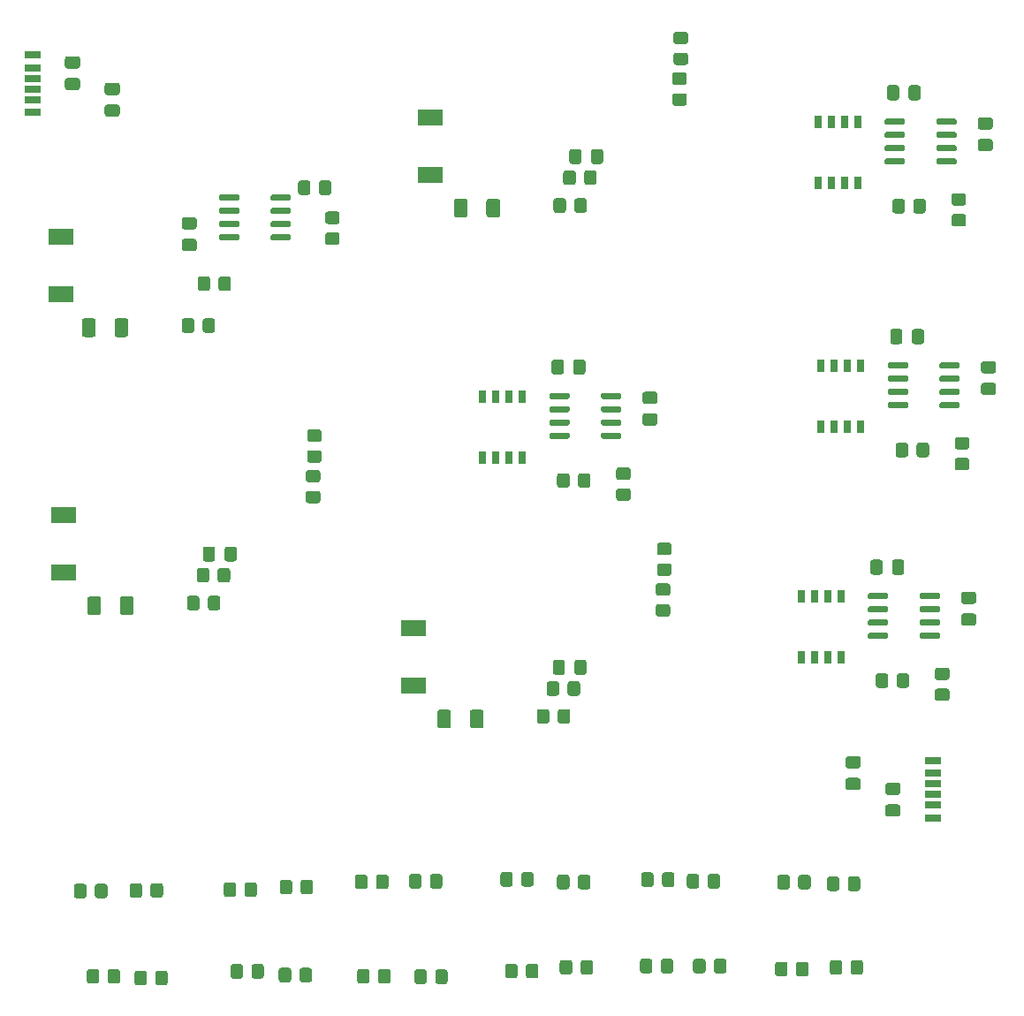
<source format=gbr>
G04 #@! TF.GenerationSoftware,KiCad,Pcbnew,(5.1.12)-1*
G04 #@! TF.CreationDate,2022-01-07T20:34:09-08:00*
G04 #@! TF.ProjectId,schematic,73636865-6d61-4746-9963-2e6b69636164,rev?*
G04 #@! TF.SameCoordinates,Original*
G04 #@! TF.FileFunction,Paste,Top*
G04 #@! TF.FilePolarity,Positive*
%FSLAX46Y46*%
G04 Gerber Fmt 4.6, Leading zero omitted, Abs format (unit mm)*
G04 Created by KiCad (PCBNEW (5.1.12)-1) date 2022-01-07 20:34:09*
%MOMM*%
%LPD*%
G01*
G04 APERTURE LIST*
%ADD10R,2.400000X1.500000*%
%ADD11R,1.600000X0.800000*%
%ADD12R,1.600000X0.760000*%
%ADD13R,1.600000X0.700000*%
%ADD14R,0.700000X1.250000*%
G04 APERTURE END LIST*
D10*
G04 #@! TO.C,L2*
X131826000Y-116249000D03*
X131826000Y-121749000D03*
G04 #@! TD*
G04 #@! TO.C,C5*
G36*
G01*
X146320000Y-119540000D02*
X146320000Y-120490000D01*
G75*
G02*
X146070000Y-120740000I-250000J0D01*
G01*
X145395000Y-120740000D01*
G75*
G02*
X145145000Y-120490000I0J250000D01*
G01*
X145145000Y-119540000D01*
G75*
G02*
X145395000Y-119290000I250000J0D01*
G01*
X146070000Y-119290000D01*
G75*
G02*
X146320000Y-119540000I0J-250000D01*
G01*
G37*
G36*
G01*
X148395000Y-119540000D02*
X148395000Y-120490000D01*
G75*
G02*
X148145000Y-120740000I-250000J0D01*
G01*
X147470000Y-120740000D01*
G75*
G02*
X147220000Y-120490000I0J250000D01*
G01*
X147220000Y-119540000D01*
G75*
G02*
X147470000Y-119290000I250000J0D01*
G01*
X148145000Y-119290000D01*
G75*
G02*
X148395000Y-119540000I0J-250000D01*
G01*
G37*
G04 #@! TD*
G04 #@! TO.C,C6*
G36*
G01*
X137196000Y-125618001D02*
X137196000Y-124317999D01*
G75*
G02*
X137445999Y-124068000I249999J0D01*
G01*
X138271001Y-124068000D01*
G75*
G02*
X138521000Y-124317999I0J-249999D01*
G01*
X138521000Y-125618001D01*
G75*
G02*
X138271001Y-125868000I-249999J0D01*
G01*
X137445999Y-125868000D01*
G75*
G02*
X137196000Y-125618001I0J249999D01*
G01*
G37*
G36*
G01*
X134071000Y-125618001D02*
X134071000Y-124317999D01*
G75*
G02*
X134320999Y-124068000I249999J0D01*
G01*
X135146001Y-124068000D01*
G75*
G02*
X135396000Y-124317999I0J-249999D01*
G01*
X135396000Y-125618001D01*
G75*
G02*
X135146001Y-125868000I-249999J0D01*
G01*
X134320999Y-125868000D01*
G75*
G02*
X134071000Y-125618001I0J249999D01*
G01*
G37*
G04 #@! TD*
G04 #@! TO.C,R28*
G36*
G01*
X156279001Y-109264500D02*
X155378999Y-109264500D01*
G75*
G02*
X155129000Y-109014501I0J249999D01*
G01*
X155129000Y-108314499D01*
G75*
G02*
X155378999Y-108064500I249999J0D01*
G01*
X156279001Y-108064500D01*
G75*
G02*
X156529000Y-108314499I0J-249999D01*
G01*
X156529000Y-109014501D01*
G75*
G02*
X156279001Y-109264500I-249999J0D01*
G01*
G37*
G36*
G01*
X156279001Y-111264500D02*
X155378999Y-111264500D01*
G75*
G02*
X155129000Y-111014501I0J249999D01*
G01*
X155129000Y-110314499D01*
G75*
G02*
X155378999Y-110064500I249999J0D01*
G01*
X156279001Y-110064500D01*
G75*
G02*
X156529000Y-110314499I0J-249999D01*
G01*
X156529000Y-111014501D01*
G75*
G02*
X156279001Y-111264500I-249999J0D01*
G01*
G37*
G04 #@! TD*
G04 #@! TO.C,R27*
G36*
G01*
X155251999Y-113954000D02*
X156152001Y-113954000D01*
G75*
G02*
X156402000Y-114203999I0J-249999D01*
G01*
X156402000Y-114904001D01*
G75*
G02*
X156152001Y-115154000I-249999J0D01*
G01*
X155251999Y-115154000D01*
G75*
G02*
X155002000Y-114904001I0J249999D01*
G01*
X155002000Y-114203999D01*
G75*
G02*
X155251999Y-113954000I249999J0D01*
G01*
G37*
G36*
G01*
X155251999Y-111954000D02*
X156152001Y-111954000D01*
G75*
G02*
X156402000Y-112203999I0J-249999D01*
G01*
X156402000Y-112904001D01*
G75*
G02*
X156152001Y-113154000I-249999J0D01*
G01*
X155251999Y-113154000D01*
G75*
G02*
X155002000Y-112904001I0J249999D01*
G01*
X155002000Y-112203999D01*
G75*
G02*
X155251999Y-111954000I249999J0D01*
G01*
G37*
G04 #@! TD*
G04 #@! TO.C,R29*
G36*
G01*
X145624500Y-125164001D02*
X145624500Y-124263999D01*
G75*
G02*
X145874499Y-124014000I249999J0D01*
G01*
X146574501Y-124014000D01*
G75*
G02*
X146824500Y-124263999I0J-249999D01*
G01*
X146824500Y-125164001D01*
G75*
G02*
X146574501Y-125414000I-249999J0D01*
G01*
X145874499Y-125414000D01*
G75*
G02*
X145624500Y-125164001I0J249999D01*
G01*
G37*
G36*
G01*
X143624500Y-125164001D02*
X143624500Y-124263999D01*
G75*
G02*
X143874499Y-124014000I249999J0D01*
G01*
X144574501Y-124014000D01*
G75*
G02*
X144824500Y-124263999I0J-249999D01*
G01*
X144824500Y-125164001D01*
G75*
G02*
X144574501Y-125414000I-249999J0D01*
G01*
X143874499Y-125414000D01*
G75*
G02*
X143624500Y-125164001I0J249999D01*
G01*
G37*
G04 #@! TD*
G04 #@! TO.C,R30*
G36*
G01*
X145761000Y-121596999D02*
X145761000Y-122497001D01*
G75*
G02*
X145511001Y-122747000I-249999J0D01*
G01*
X144810999Y-122747000D01*
G75*
G02*
X144561000Y-122497001I0J249999D01*
G01*
X144561000Y-121596999D01*
G75*
G02*
X144810999Y-121347000I249999J0D01*
G01*
X145511001Y-121347000D01*
G75*
G02*
X145761000Y-121596999I0J-249999D01*
G01*
G37*
G36*
G01*
X147761000Y-121596999D02*
X147761000Y-122497001D01*
G75*
G02*
X147511001Y-122747000I-249999J0D01*
G01*
X146810999Y-122747000D01*
G75*
G02*
X146561000Y-122497001I0J249999D01*
G01*
X146561000Y-121596999D01*
G75*
G02*
X146810999Y-121347000I249999J0D01*
G01*
X147511001Y-121347000D01*
G75*
G02*
X147761000Y-121596999I0J-249999D01*
G01*
G37*
G04 #@! TD*
G04 #@! TO.C,C5*
G36*
G01*
X149982500Y-70581500D02*
X149982500Y-71531500D01*
G75*
G02*
X149732500Y-71781500I-250000J0D01*
G01*
X149057500Y-71781500D01*
G75*
G02*
X148807500Y-71531500I0J250000D01*
G01*
X148807500Y-70581500D01*
G75*
G02*
X149057500Y-70331500I250000J0D01*
G01*
X149732500Y-70331500D01*
G75*
G02*
X149982500Y-70581500I0J-250000D01*
G01*
G37*
G36*
G01*
X147907500Y-70581500D02*
X147907500Y-71531500D01*
G75*
G02*
X147657500Y-71781500I-250000J0D01*
G01*
X146982500Y-71781500D01*
G75*
G02*
X146732500Y-71531500I0J250000D01*
G01*
X146732500Y-70581500D01*
G75*
G02*
X146982500Y-70331500I250000J0D01*
G01*
X147657500Y-70331500D01*
G75*
G02*
X147907500Y-70581500I0J-250000D01*
G01*
G37*
G04 #@! TD*
G04 #@! TO.C,L2*
X133413500Y-72790500D03*
X133413500Y-67290500D03*
G04 #@! TD*
G04 #@! TO.C,C6*
G36*
G01*
X135658500Y-76659501D02*
X135658500Y-75359499D01*
G75*
G02*
X135908499Y-75109500I249999J0D01*
G01*
X136733501Y-75109500D01*
G75*
G02*
X136983500Y-75359499I0J-249999D01*
G01*
X136983500Y-76659501D01*
G75*
G02*
X136733501Y-76909500I-249999J0D01*
G01*
X135908499Y-76909500D01*
G75*
G02*
X135658500Y-76659501I0J249999D01*
G01*
G37*
G36*
G01*
X138783500Y-76659501D02*
X138783500Y-75359499D01*
G75*
G02*
X139033499Y-75109500I249999J0D01*
G01*
X139858501Y-75109500D01*
G75*
G02*
X140108500Y-75359499I0J-249999D01*
G01*
X140108500Y-76659501D01*
G75*
G02*
X139858501Y-76909500I-249999J0D01*
G01*
X139033499Y-76909500D01*
G75*
G02*
X138783500Y-76659501I0J249999D01*
G01*
G37*
G04 #@! TD*
G04 #@! TO.C,R27*
G36*
G01*
X156839499Y-62995500D02*
X157739501Y-62995500D01*
G75*
G02*
X157989500Y-63245499I0J-249999D01*
G01*
X157989500Y-63945501D01*
G75*
G02*
X157739501Y-64195500I-249999J0D01*
G01*
X156839499Y-64195500D01*
G75*
G02*
X156589500Y-63945501I0J249999D01*
G01*
X156589500Y-63245499D01*
G75*
G02*
X156839499Y-62995500I249999J0D01*
G01*
G37*
G36*
G01*
X156839499Y-64995500D02*
X157739501Y-64995500D01*
G75*
G02*
X157989500Y-65245499I0J-249999D01*
G01*
X157989500Y-65945501D01*
G75*
G02*
X157739501Y-66195500I-249999J0D01*
G01*
X156839499Y-66195500D01*
G75*
G02*
X156589500Y-65945501I0J249999D01*
G01*
X156589500Y-65245499D01*
G75*
G02*
X156839499Y-64995500I249999J0D01*
G01*
G37*
G04 #@! TD*
G04 #@! TO.C,R28*
G36*
G01*
X157866501Y-62306000D02*
X156966499Y-62306000D01*
G75*
G02*
X156716500Y-62056001I0J249999D01*
G01*
X156716500Y-61355999D01*
G75*
G02*
X156966499Y-61106000I249999J0D01*
G01*
X157866501Y-61106000D01*
G75*
G02*
X158116500Y-61355999I0J-249999D01*
G01*
X158116500Y-62056001D01*
G75*
G02*
X157866501Y-62306000I-249999J0D01*
G01*
G37*
G36*
G01*
X157866501Y-60306000D02*
X156966499Y-60306000D01*
G75*
G02*
X156716500Y-60056001I0J249999D01*
G01*
X156716500Y-59355999D01*
G75*
G02*
X156966499Y-59106000I249999J0D01*
G01*
X157866501Y-59106000D01*
G75*
G02*
X158116500Y-59355999I0J-249999D01*
G01*
X158116500Y-60056001D01*
G75*
G02*
X157866501Y-60306000I-249999J0D01*
G01*
G37*
G04 #@! TD*
G04 #@! TO.C,R30*
G36*
G01*
X149348500Y-72638499D02*
X149348500Y-73538501D01*
G75*
G02*
X149098501Y-73788500I-249999J0D01*
G01*
X148398499Y-73788500D01*
G75*
G02*
X148148500Y-73538501I0J249999D01*
G01*
X148148500Y-72638499D01*
G75*
G02*
X148398499Y-72388500I249999J0D01*
G01*
X149098501Y-72388500D01*
G75*
G02*
X149348500Y-72638499I0J-249999D01*
G01*
G37*
G36*
G01*
X147348500Y-72638499D02*
X147348500Y-73538501D01*
G75*
G02*
X147098501Y-73788500I-249999J0D01*
G01*
X146398499Y-73788500D01*
G75*
G02*
X146148500Y-73538501I0J249999D01*
G01*
X146148500Y-72638499D01*
G75*
G02*
X146398499Y-72388500I249999J0D01*
G01*
X147098501Y-72388500D01*
G75*
G02*
X147348500Y-72638499I0J-249999D01*
G01*
G37*
G04 #@! TD*
G04 #@! TO.C,R29*
G36*
G01*
X145212000Y-76205501D02*
X145212000Y-75305499D01*
G75*
G02*
X145461999Y-75055500I249999J0D01*
G01*
X146162001Y-75055500D01*
G75*
G02*
X146412000Y-75305499I0J-249999D01*
G01*
X146412000Y-76205501D01*
G75*
G02*
X146162001Y-76455500I-249999J0D01*
G01*
X145461999Y-76455500D01*
G75*
G02*
X145212000Y-76205501I0J249999D01*
G01*
G37*
G36*
G01*
X147212000Y-76205501D02*
X147212000Y-75305499D01*
G75*
G02*
X147461999Y-75055500I249999J0D01*
G01*
X148162001Y-75055500D01*
G75*
G02*
X148412000Y-75305499I0J-249999D01*
G01*
X148412000Y-76205501D01*
G75*
G02*
X148162001Y-76455500I-249999J0D01*
G01*
X147461999Y-76455500D01*
G75*
G02*
X147212000Y-76205501I0J249999D01*
G01*
G37*
G04 #@! TD*
G04 #@! TO.C,R30*
G36*
G01*
X112233000Y-110738499D02*
X112233000Y-111638501D01*
G75*
G02*
X111983001Y-111888500I-249999J0D01*
G01*
X111282999Y-111888500D01*
G75*
G02*
X111033000Y-111638501I0J249999D01*
G01*
X111033000Y-110738499D01*
G75*
G02*
X111282999Y-110488500I249999J0D01*
G01*
X111983001Y-110488500D01*
G75*
G02*
X112233000Y-110738499I0J-249999D01*
G01*
G37*
G36*
G01*
X114233000Y-110738499D02*
X114233000Y-111638501D01*
G75*
G02*
X113983001Y-111888500I-249999J0D01*
G01*
X113282999Y-111888500D01*
G75*
G02*
X113033000Y-111638501I0J249999D01*
G01*
X113033000Y-110738499D01*
G75*
G02*
X113282999Y-110488500I249999J0D01*
G01*
X113983001Y-110488500D01*
G75*
G02*
X114233000Y-110738499I0J-249999D01*
G01*
G37*
G04 #@! TD*
G04 #@! TO.C,R29*
G36*
G01*
X112096500Y-114305501D02*
X112096500Y-113405499D01*
G75*
G02*
X112346499Y-113155500I249999J0D01*
G01*
X113046501Y-113155500D01*
G75*
G02*
X113296500Y-113405499I0J-249999D01*
G01*
X113296500Y-114305501D01*
G75*
G02*
X113046501Y-114555500I-249999J0D01*
G01*
X112346499Y-114555500D01*
G75*
G02*
X112096500Y-114305501I0J249999D01*
G01*
G37*
G36*
G01*
X110096500Y-114305501D02*
X110096500Y-113405499D01*
G75*
G02*
X110346499Y-113155500I249999J0D01*
G01*
X111046501Y-113155500D01*
G75*
G02*
X111296500Y-113405499I0J-249999D01*
G01*
X111296500Y-114305501D01*
G75*
G02*
X111046501Y-114555500I-249999J0D01*
G01*
X110346499Y-114555500D01*
G75*
G02*
X110096500Y-114305501I0J249999D01*
G01*
G37*
G04 #@! TD*
G04 #@! TO.C,R28*
G36*
G01*
X122751001Y-98406000D02*
X121850999Y-98406000D01*
G75*
G02*
X121601000Y-98156001I0J249999D01*
G01*
X121601000Y-97455999D01*
G75*
G02*
X121850999Y-97206000I249999J0D01*
G01*
X122751001Y-97206000D01*
G75*
G02*
X123001000Y-97455999I0J-249999D01*
G01*
X123001000Y-98156001D01*
G75*
G02*
X122751001Y-98406000I-249999J0D01*
G01*
G37*
G36*
G01*
X122751001Y-100406000D02*
X121850999Y-100406000D01*
G75*
G02*
X121601000Y-100156001I0J249999D01*
G01*
X121601000Y-99455999D01*
G75*
G02*
X121850999Y-99206000I249999J0D01*
G01*
X122751001Y-99206000D01*
G75*
G02*
X123001000Y-99455999I0J-249999D01*
G01*
X123001000Y-100156001D01*
G75*
G02*
X122751001Y-100406000I-249999J0D01*
G01*
G37*
G04 #@! TD*
G04 #@! TO.C,R27*
G36*
G01*
X121723999Y-103095500D02*
X122624001Y-103095500D01*
G75*
G02*
X122874000Y-103345499I0J-249999D01*
G01*
X122874000Y-104045501D01*
G75*
G02*
X122624001Y-104295500I-249999J0D01*
G01*
X121723999Y-104295500D01*
G75*
G02*
X121474000Y-104045501I0J249999D01*
G01*
X121474000Y-103345499D01*
G75*
G02*
X121723999Y-103095500I249999J0D01*
G01*
G37*
G36*
G01*
X121723999Y-101095500D02*
X122624001Y-101095500D01*
G75*
G02*
X122874000Y-101345499I0J-249999D01*
G01*
X122874000Y-102045501D01*
G75*
G02*
X122624001Y-102295500I-249999J0D01*
G01*
X121723999Y-102295500D01*
G75*
G02*
X121474000Y-102045501I0J249999D01*
G01*
X121474000Y-101345499D01*
G75*
G02*
X121723999Y-101095500I249999J0D01*
G01*
G37*
G04 #@! TD*
G04 #@! TO.C,L2*
X98298000Y-105390500D03*
X98298000Y-110890500D03*
G04 #@! TD*
G04 #@! TO.C,C6*
G36*
G01*
X103668000Y-114759501D02*
X103668000Y-113459499D01*
G75*
G02*
X103917999Y-113209500I249999J0D01*
G01*
X104743001Y-113209500D01*
G75*
G02*
X104993000Y-113459499I0J-249999D01*
G01*
X104993000Y-114759501D01*
G75*
G02*
X104743001Y-115009500I-249999J0D01*
G01*
X103917999Y-115009500D01*
G75*
G02*
X103668000Y-114759501I0J249999D01*
G01*
G37*
G36*
G01*
X100543000Y-114759501D02*
X100543000Y-113459499D01*
G75*
G02*
X100792999Y-113209500I249999J0D01*
G01*
X101618001Y-113209500D01*
G75*
G02*
X101868000Y-113459499I0J-249999D01*
G01*
X101868000Y-114759501D01*
G75*
G02*
X101618001Y-115009500I-249999J0D01*
G01*
X100792999Y-115009500D01*
G75*
G02*
X100543000Y-114759501I0J249999D01*
G01*
G37*
G04 #@! TD*
G04 #@! TO.C,C5*
G36*
G01*
X112792000Y-108681500D02*
X112792000Y-109631500D01*
G75*
G02*
X112542000Y-109881500I-250000J0D01*
G01*
X111867000Y-109881500D01*
G75*
G02*
X111617000Y-109631500I0J250000D01*
G01*
X111617000Y-108681500D01*
G75*
G02*
X111867000Y-108431500I250000J0D01*
G01*
X112542000Y-108431500D01*
G75*
G02*
X112792000Y-108681500I0J-250000D01*
G01*
G37*
G36*
G01*
X114867000Y-108681500D02*
X114867000Y-109631500D01*
G75*
G02*
X114617000Y-109881500I-250000J0D01*
G01*
X113942000Y-109881500D01*
G75*
G02*
X113692000Y-109631500I0J250000D01*
G01*
X113692000Y-108681500D01*
G75*
G02*
X113942000Y-108431500I250000J0D01*
G01*
X114617000Y-108431500D01*
G75*
G02*
X114867000Y-108681500I0J-250000D01*
G01*
G37*
G04 #@! TD*
G04 #@! TO.C,R4*
G36*
G01*
X177261500Y-131068500D02*
X178211500Y-131068500D01*
G75*
G02*
X178461500Y-131318500I0J-250000D01*
G01*
X178461500Y-131993500D01*
G75*
G02*
X178211500Y-132243500I-250000J0D01*
G01*
X177261500Y-132243500D01*
G75*
G02*
X177011500Y-131993500I0J250000D01*
G01*
X177011500Y-131318500D01*
G75*
G02*
X177261500Y-131068500I250000J0D01*
G01*
G37*
G36*
G01*
X177261500Y-133143500D02*
X178211500Y-133143500D01*
G75*
G02*
X178461500Y-133393500I0J-250000D01*
G01*
X178461500Y-134068500D01*
G75*
G02*
X178211500Y-134318500I-250000J0D01*
G01*
X177261500Y-134318500D01*
G75*
G02*
X177011500Y-134068500I0J250000D01*
G01*
X177011500Y-133393500D01*
G75*
G02*
X177261500Y-133143500I250000J0D01*
G01*
G37*
G04 #@! TD*
G04 #@! TO.C,R3*
G36*
G01*
X173451500Y-128528500D02*
X174401500Y-128528500D01*
G75*
G02*
X174651500Y-128778500I0J-250000D01*
G01*
X174651500Y-129453500D01*
G75*
G02*
X174401500Y-129703500I-250000J0D01*
G01*
X173451500Y-129703500D01*
G75*
G02*
X173201500Y-129453500I0J250000D01*
G01*
X173201500Y-128778500D01*
G75*
G02*
X173451500Y-128528500I250000J0D01*
G01*
G37*
G36*
G01*
X173451500Y-130603500D02*
X174401500Y-130603500D01*
G75*
G02*
X174651500Y-130853500I0J-250000D01*
G01*
X174651500Y-131528500D01*
G75*
G02*
X174401500Y-131778500I-250000J0D01*
G01*
X173451500Y-131778500D01*
G75*
G02*
X173201500Y-131528500I0J250000D01*
G01*
X173201500Y-130853500D01*
G75*
G02*
X173451500Y-130603500I250000J0D01*
G01*
G37*
G04 #@! TD*
D11*
G04 #@! TO.C,J2*
X181546500Y-134441000D03*
D12*
X181546500Y-133211000D03*
D13*
X181546500Y-132191000D03*
X181546500Y-131191000D03*
D12*
X181546500Y-130171000D03*
D11*
X181546500Y-128941000D03*
G04 #@! TD*
G04 #@! TO.C,U1*
G36*
G01*
X113161400Y-75143500D02*
X113161400Y-74843500D01*
G75*
G02*
X113311400Y-74693500I150000J0D01*
G01*
X114961400Y-74693500D01*
G75*
G02*
X115111400Y-74843500I0J-150000D01*
G01*
X115111400Y-75143500D01*
G75*
G02*
X114961400Y-75293500I-150000J0D01*
G01*
X113311400Y-75293500D01*
G75*
G02*
X113161400Y-75143500I0J150000D01*
G01*
G37*
G36*
G01*
X113161400Y-76413500D02*
X113161400Y-76113500D01*
G75*
G02*
X113311400Y-75963500I150000J0D01*
G01*
X114961400Y-75963500D01*
G75*
G02*
X115111400Y-76113500I0J-150000D01*
G01*
X115111400Y-76413500D01*
G75*
G02*
X114961400Y-76563500I-150000J0D01*
G01*
X113311400Y-76563500D01*
G75*
G02*
X113161400Y-76413500I0J150000D01*
G01*
G37*
G36*
G01*
X113161400Y-77683500D02*
X113161400Y-77383500D01*
G75*
G02*
X113311400Y-77233500I150000J0D01*
G01*
X114961400Y-77233500D01*
G75*
G02*
X115111400Y-77383500I0J-150000D01*
G01*
X115111400Y-77683500D01*
G75*
G02*
X114961400Y-77833500I-150000J0D01*
G01*
X113311400Y-77833500D01*
G75*
G02*
X113161400Y-77683500I0J150000D01*
G01*
G37*
G36*
G01*
X113161400Y-78953500D02*
X113161400Y-78653500D01*
G75*
G02*
X113311400Y-78503500I150000J0D01*
G01*
X114961400Y-78503500D01*
G75*
G02*
X115111400Y-78653500I0J-150000D01*
G01*
X115111400Y-78953500D01*
G75*
G02*
X114961400Y-79103500I-150000J0D01*
G01*
X113311400Y-79103500D01*
G75*
G02*
X113161400Y-78953500I0J150000D01*
G01*
G37*
G36*
G01*
X118111400Y-78953500D02*
X118111400Y-78653500D01*
G75*
G02*
X118261400Y-78503500I150000J0D01*
G01*
X119911400Y-78503500D01*
G75*
G02*
X120061400Y-78653500I0J-150000D01*
G01*
X120061400Y-78953500D01*
G75*
G02*
X119911400Y-79103500I-150000J0D01*
G01*
X118261400Y-79103500D01*
G75*
G02*
X118111400Y-78953500I0J150000D01*
G01*
G37*
G36*
G01*
X118111400Y-77683500D02*
X118111400Y-77383500D01*
G75*
G02*
X118261400Y-77233500I150000J0D01*
G01*
X119911400Y-77233500D01*
G75*
G02*
X120061400Y-77383500I0J-150000D01*
G01*
X120061400Y-77683500D01*
G75*
G02*
X119911400Y-77833500I-150000J0D01*
G01*
X118261400Y-77833500D01*
G75*
G02*
X118111400Y-77683500I0J150000D01*
G01*
G37*
G36*
G01*
X118111400Y-76413500D02*
X118111400Y-76113500D01*
G75*
G02*
X118261400Y-75963500I150000J0D01*
G01*
X119911400Y-75963500D01*
G75*
G02*
X120061400Y-76113500I0J-150000D01*
G01*
X120061400Y-76413500D01*
G75*
G02*
X119911400Y-76563500I-150000J0D01*
G01*
X118261400Y-76563500D01*
G75*
G02*
X118111400Y-76413500I0J150000D01*
G01*
G37*
G36*
G01*
X118111400Y-75143500D02*
X118111400Y-74843500D01*
G75*
G02*
X118261400Y-74693500I150000J0D01*
G01*
X119911400Y-74693500D01*
G75*
G02*
X120061400Y-74843500I0J-150000D01*
G01*
X120061400Y-75143500D01*
G75*
G02*
X119911400Y-75293500I-150000J0D01*
G01*
X118261400Y-75293500D01*
G75*
G02*
X118111400Y-75143500I0J150000D01*
G01*
G37*
G04 #@! TD*
G04 #@! TO.C,R6*
G36*
G01*
X114315800Y-82798499D02*
X114315800Y-83698501D01*
G75*
G02*
X114065801Y-83948500I-249999J0D01*
G01*
X113365799Y-83948500D01*
G75*
G02*
X113115800Y-83698501I0J249999D01*
G01*
X113115800Y-82798499D01*
G75*
G02*
X113365799Y-82548500I249999J0D01*
G01*
X114065801Y-82548500D01*
G75*
G02*
X114315800Y-82798499I0J-249999D01*
G01*
G37*
G36*
G01*
X112315800Y-82798499D02*
X112315800Y-83698501D01*
G75*
G02*
X112065801Y-83948500I-249999J0D01*
G01*
X111365799Y-83948500D01*
G75*
G02*
X111115800Y-83698501I0J249999D01*
G01*
X111115800Y-82798499D01*
G75*
G02*
X111365799Y-82548500I249999J0D01*
G01*
X112065801Y-82548500D01*
G75*
G02*
X112315800Y-82798499I0J-249999D01*
G01*
G37*
G04 #@! TD*
G04 #@! TO.C,R5*
G36*
G01*
X109591800Y-87711701D02*
X109591800Y-86811699D01*
G75*
G02*
X109841799Y-86561700I249999J0D01*
G01*
X110541801Y-86561700D01*
G75*
G02*
X110791800Y-86811699I0J-249999D01*
G01*
X110791800Y-87711701D01*
G75*
G02*
X110541801Y-87961700I-249999J0D01*
G01*
X109841799Y-87961700D01*
G75*
G02*
X109591800Y-87711701I0J249999D01*
G01*
G37*
G36*
G01*
X111591800Y-87711701D02*
X111591800Y-86811699D01*
G75*
G02*
X111841799Y-86561700I249999J0D01*
G01*
X112541801Y-86561700D01*
G75*
G02*
X112791800Y-86811699I0J-249999D01*
G01*
X112791800Y-87711701D01*
G75*
G02*
X112541801Y-87961700I-249999J0D01*
G01*
X111841799Y-87961700D01*
G75*
G02*
X111591800Y-87711701I0J249999D01*
G01*
G37*
G04 #@! TD*
G04 #@! TO.C,R1*
G36*
G01*
X123578199Y-76330500D02*
X124478201Y-76330500D01*
G75*
G02*
X124728200Y-76580499I0J-249999D01*
G01*
X124728200Y-77280501D01*
G75*
G02*
X124478201Y-77530500I-249999J0D01*
G01*
X123578199Y-77530500D01*
G75*
G02*
X123328200Y-77280501I0J249999D01*
G01*
X123328200Y-76580499D01*
G75*
G02*
X123578199Y-76330500I249999J0D01*
G01*
G37*
G36*
G01*
X123578199Y-78330500D02*
X124478201Y-78330500D01*
G75*
G02*
X124728200Y-78580499I0J-249999D01*
G01*
X124728200Y-79280501D01*
G75*
G02*
X124478201Y-79530500I-249999J0D01*
G01*
X123578199Y-79530500D01*
G75*
G02*
X123328200Y-79280501I0J249999D01*
G01*
X123328200Y-78580499D01*
G75*
G02*
X123578199Y-78330500I249999J0D01*
G01*
G37*
G04 #@! TD*
G04 #@! TO.C,R2*
G36*
G01*
X123935800Y-73603699D02*
X123935800Y-74503701D01*
G75*
G02*
X123685801Y-74753700I-249999J0D01*
G01*
X122985799Y-74753700D01*
G75*
G02*
X122735800Y-74503701I0J249999D01*
G01*
X122735800Y-73603699D01*
G75*
G02*
X122985799Y-73353700I249999J0D01*
G01*
X123685801Y-73353700D01*
G75*
G02*
X123935800Y-73603699I0J-249999D01*
G01*
G37*
G36*
G01*
X121935800Y-73603699D02*
X121935800Y-74503701D01*
G75*
G02*
X121685801Y-74753700I-249999J0D01*
G01*
X120985799Y-74753700D01*
G75*
G02*
X120735800Y-74503701I0J249999D01*
G01*
X120735800Y-73603699D01*
G75*
G02*
X120985799Y-73353700I249999J0D01*
G01*
X121685801Y-73353700D01*
G75*
G02*
X121935800Y-73603699I0J-249999D01*
G01*
G37*
G04 #@! TD*
D10*
G04 #@! TO.C,L1*
X98018600Y-84271300D03*
X98018600Y-78771300D03*
G04 #@! TD*
G04 #@! TO.C,C2*
G36*
G01*
X100022300Y-88114902D02*
X100022300Y-86814898D01*
G75*
G02*
X100272298Y-86564900I249998J0D01*
G01*
X101097302Y-86564900D01*
G75*
G02*
X101347300Y-86814898I0J-249998D01*
G01*
X101347300Y-88114902D01*
G75*
G02*
X101097302Y-88364900I-249998J0D01*
G01*
X100272298Y-88364900D01*
G75*
G02*
X100022300Y-88114902I0J249998D01*
G01*
G37*
G36*
G01*
X103147300Y-88114902D02*
X103147300Y-86814898D01*
G75*
G02*
X103397298Y-86564900I249998J0D01*
G01*
X104222302Y-86564900D01*
G75*
G02*
X104472300Y-86814898I0J-249998D01*
G01*
X104472300Y-88114902D01*
G75*
G02*
X104222302Y-88364900I-249998J0D01*
G01*
X103397298Y-88364900D01*
G75*
G02*
X103147300Y-88114902I0J249998D01*
G01*
G37*
G04 #@! TD*
G04 #@! TO.C,C1*
G36*
G01*
X109837200Y-76877600D02*
X110787200Y-76877600D01*
G75*
G02*
X111037200Y-77127600I0J-250000D01*
G01*
X111037200Y-77802600D01*
G75*
G02*
X110787200Y-78052600I-250000J0D01*
G01*
X109837200Y-78052600D01*
G75*
G02*
X109587200Y-77802600I0J250000D01*
G01*
X109587200Y-77127600D01*
G75*
G02*
X109837200Y-76877600I250000J0D01*
G01*
G37*
G36*
G01*
X109837200Y-78952600D02*
X110787200Y-78952600D01*
G75*
G02*
X111037200Y-79202600I0J-250000D01*
G01*
X111037200Y-79877600D01*
G75*
G02*
X110787200Y-80127600I-250000J0D01*
G01*
X109837200Y-80127600D01*
G75*
G02*
X109587200Y-79877600I0J250000D01*
G01*
X109587200Y-79202600D01*
G75*
G02*
X109837200Y-78952600I250000J0D01*
G01*
G37*
G04 #@! TD*
G04 #@! TO.C,R26*
G36*
G01*
X152367401Y-104063600D02*
X151467399Y-104063600D01*
G75*
G02*
X151217400Y-103813601I0J249999D01*
G01*
X151217400Y-103113599D01*
G75*
G02*
X151467399Y-102863600I249999J0D01*
G01*
X152367401Y-102863600D01*
G75*
G02*
X152617400Y-103113599I0J-249999D01*
G01*
X152617400Y-103813601D01*
G75*
G02*
X152367401Y-104063600I-249999J0D01*
G01*
G37*
G36*
G01*
X152367401Y-102063600D02*
X151467399Y-102063600D01*
G75*
G02*
X151217400Y-101813601I0J249999D01*
G01*
X151217400Y-101113599D01*
G75*
G02*
X151467399Y-100863600I249999J0D01*
G01*
X152367401Y-100863600D01*
G75*
G02*
X152617400Y-101113599I0J-249999D01*
G01*
X152617400Y-101813601D01*
G75*
G02*
X152367401Y-102063600I-249999J0D01*
G01*
G37*
G04 #@! TD*
G04 #@! TO.C,U3*
G36*
G01*
X144809800Y-94155400D02*
X144809800Y-93855400D01*
G75*
G02*
X144959800Y-93705400I150000J0D01*
G01*
X146609800Y-93705400D01*
G75*
G02*
X146759800Y-93855400I0J-150000D01*
G01*
X146759800Y-94155400D01*
G75*
G02*
X146609800Y-94305400I-150000J0D01*
G01*
X144959800Y-94305400D01*
G75*
G02*
X144809800Y-94155400I0J150000D01*
G01*
G37*
G36*
G01*
X144809800Y-95425400D02*
X144809800Y-95125400D01*
G75*
G02*
X144959800Y-94975400I150000J0D01*
G01*
X146609800Y-94975400D01*
G75*
G02*
X146759800Y-95125400I0J-150000D01*
G01*
X146759800Y-95425400D01*
G75*
G02*
X146609800Y-95575400I-150000J0D01*
G01*
X144959800Y-95575400D01*
G75*
G02*
X144809800Y-95425400I0J150000D01*
G01*
G37*
G36*
G01*
X144809800Y-96695400D02*
X144809800Y-96395400D01*
G75*
G02*
X144959800Y-96245400I150000J0D01*
G01*
X146609800Y-96245400D01*
G75*
G02*
X146759800Y-96395400I0J-150000D01*
G01*
X146759800Y-96695400D01*
G75*
G02*
X146609800Y-96845400I-150000J0D01*
G01*
X144959800Y-96845400D01*
G75*
G02*
X144809800Y-96695400I0J150000D01*
G01*
G37*
G36*
G01*
X144809800Y-97965400D02*
X144809800Y-97665400D01*
G75*
G02*
X144959800Y-97515400I150000J0D01*
G01*
X146609800Y-97515400D01*
G75*
G02*
X146759800Y-97665400I0J-150000D01*
G01*
X146759800Y-97965400D01*
G75*
G02*
X146609800Y-98115400I-150000J0D01*
G01*
X144959800Y-98115400D01*
G75*
G02*
X144809800Y-97965400I0J150000D01*
G01*
G37*
G36*
G01*
X149759800Y-97965400D02*
X149759800Y-97665400D01*
G75*
G02*
X149909800Y-97515400I150000J0D01*
G01*
X151559800Y-97515400D01*
G75*
G02*
X151709800Y-97665400I0J-150000D01*
G01*
X151709800Y-97965400D01*
G75*
G02*
X151559800Y-98115400I-150000J0D01*
G01*
X149909800Y-98115400D01*
G75*
G02*
X149759800Y-97965400I0J150000D01*
G01*
G37*
G36*
G01*
X149759800Y-96695400D02*
X149759800Y-96395400D01*
G75*
G02*
X149909800Y-96245400I150000J0D01*
G01*
X151559800Y-96245400D01*
G75*
G02*
X151709800Y-96395400I0J-150000D01*
G01*
X151709800Y-96695400D01*
G75*
G02*
X151559800Y-96845400I-150000J0D01*
G01*
X149909800Y-96845400D01*
G75*
G02*
X149759800Y-96695400I0J150000D01*
G01*
G37*
G36*
G01*
X149759800Y-95425400D02*
X149759800Y-95125400D01*
G75*
G02*
X149909800Y-94975400I150000J0D01*
G01*
X151559800Y-94975400D01*
G75*
G02*
X151709800Y-95125400I0J-150000D01*
G01*
X151709800Y-95425400D01*
G75*
G02*
X151559800Y-95575400I-150000J0D01*
G01*
X149909800Y-95575400D01*
G75*
G02*
X149759800Y-95425400I0J150000D01*
G01*
G37*
G36*
G01*
X149759800Y-94155400D02*
X149759800Y-93855400D01*
G75*
G02*
X149909800Y-93705400I150000J0D01*
G01*
X151559800Y-93705400D01*
G75*
G02*
X151709800Y-93855400I0J-150000D01*
G01*
X151709800Y-94155400D01*
G75*
G02*
X151559800Y-94305400I-150000J0D01*
G01*
X149909800Y-94305400D01*
G75*
G02*
X149759800Y-94155400I0J150000D01*
G01*
G37*
G04 #@! TD*
D14*
G04 #@! TO.C,U2*
X138404600Y-99898200D03*
X139674600Y-99898200D03*
X140944600Y-99898200D03*
X142214600Y-99898200D03*
X142214600Y-94056200D03*
X140944600Y-94056200D03*
X139674600Y-94056200D03*
X138404600Y-94056200D03*
G04 #@! TD*
G04 #@! TO.C,R25*
G36*
G01*
X145558200Y-102558001D02*
X145558200Y-101657999D01*
G75*
G02*
X145808199Y-101408000I249999J0D01*
G01*
X146508201Y-101408000D01*
G75*
G02*
X146758200Y-101657999I0J-249999D01*
G01*
X146758200Y-102558001D01*
G75*
G02*
X146508201Y-102808000I-249999J0D01*
G01*
X145808199Y-102808000D01*
G75*
G02*
X145558200Y-102558001I0J249999D01*
G01*
G37*
G36*
G01*
X147558200Y-102558001D02*
X147558200Y-101657999D01*
G75*
G02*
X147808199Y-101408000I249999J0D01*
G01*
X148508201Y-101408000D01*
G75*
G02*
X148758200Y-101657999I0J-249999D01*
G01*
X148758200Y-102558001D01*
G75*
G02*
X148508201Y-102808000I-249999J0D01*
G01*
X147808199Y-102808000D01*
G75*
G02*
X147558200Y-102558001I0J249999D01*
G01*
G37*
G04 #@! TD*
G04 #@! TO.C,C4*
G36*
G01*
X145030700Y-91711800D02*
X145030700Y-90761800D01*
G75*
G02*
X145280700Y-90511800I250000J0D01*
G01*
X145955700Y-90511800D01*
G75*
G02*
X146205700Y-90761800I0J-250000D01*
G01*
X146205700Y-91711800D01*
G75*
G02*
X145955700Y-91961800I-250000J0D01*
G01*
X145280700Y-91961800D01*
G75*
G02*
X145030700Y-91711800I0J250000D01*
G01*
G37*
G36*
G01*
X147105700Y-91711800D02*
X147105700Y-90761800D01*
G75*
G02*
X147355700Y-90511800I250000J0D01*
G01*
X148030700Y-90511800D01*
G75*
G02*
X148280700Y-90761800I0J-250000D01*
G01*
X148280700Y-91711800D01*
G75*
G02*
X148030700Y-91961800I-250000J0D01*
G01*
X147355700Y-91961800D01*
G75*
G02*
X147105700Y-91711800I0J250000D01*
G01*
G37*
G04 #@! TD*
G04 #@! TO.C,C3*
G36*
G01*
X153982400Y-93595700D02*
X154932400Y-93595700D01*
G75*
G02*
X155182400Y-93845700I0J-250000D01*
G01*
X155182400Y-94520700D01*
G75*
G02*
X154932400Y-94770700I-250000J0D01*
G01*
X153982400Y-94770700D01*
G75*
G02*
X153732400Y-94520700I0J250000D01*
G01*
X153732400Y-93845700D01*
G75*
G02*
X153982400Y-93595700I250000J0D01*
G01*
G37*
G36*
G01*
X153982400Y-95670700D02*
X154932400Y-95670700D01*
G75*
G02*
X155182400Y-95920700I0J-250000D01*
G01*
X155182400Y-96595700D01*
G75*
G02*
X154932400Y-96845700I-250000J0D01*
G01*
X153982400Y-96845700D01*
G75*
G02*
X153732400Y-96595700I0J250000D01*
G01*
X153732400Y-95920700D01*
G75*
G02*
X153982400Y-95670700I250000J0D01*
G01*
G37*
G04 #@! TD*
G04 #@! TO.C,R26*
G36*
G01*
X182910901Y-123240600D02*
X182010899Y-123240600D01*
G75*
G02*
X181760900Y-122990601I0J249999D01*
G01*
X181760900Y-122290599D01*
G75*
G02*
X182010899Y-122040600I249999J0D01*
G01*
X182910901Y-122040600D01*
G75*
G02*
X183160900Y-122290599I0J-249999D01*
G01*
X183160900Y-122990601D01*
G75*
G02*
X182910901Y-123240600I-249999J0D01*
G01*
G37*
G36*
G01*
X182910901Y-121240600D02*
X182010899Y-121240600D01*
G75*
G02*
X181760900Y-120990601I0J249999D01*
G01*
X181760900Y-120290599D01*
G75*
G02*
X182010899Y-120040600I249999J0D01*
G01*
X182910901Y-120040600D01*
G75*
G02*
X183160900Y-120290599I0J-249999D01*
G01*
X183160900Y-120990601D01*
G75*
G02*
X182910901Y-121240600I-249999J0D01*
G01*
G37*
G04 #@! TD*
G04 #@! TO.C,U3*
G36*
G01*
X175353300Y-113332400D02*
X175353300Y-113032400D01*
G75*
G02*
X175503300Y-112882400I150000J0D01*
G01*
X177153300Y-112882400D01*
G75*
G02*
X177303300Y-113032400I0J-150000D01*
G01*
X177303300Y-113332400D01*
G75*
G02*
X177153300Y-113482400I-150000J0D01*
G01*
X175503300Y-113482400D01*
G75*
G02*
X175353300Y-113332400I0J150000D01*
G01*
G37*
G36*
G01*
X175353300Y-114602400D02*
X175353300Y-114302400D01*
G75*
G02*
X175503300Y-114152400I150000J0D01*
G01*
X177153300Y-114152400D01*
G75*
G02*
X177303300Y-114302400I0J-150000D01*
G01*
X177303300Y-114602400D01*
G75*
G02*
X177153300Y-114752400I-150000J0D01*
G01*
X175503300Y-114752400D01*
G75*
G02*
X175353300Y-114602400I0J150000D01*
G01*
G37*
G36*
G01*
X175353300Y-115872400D02*
X175353300Y-115572400D01*
G75*
G02*
X175503300Y-115422400I150000J0D01*
G01*
X177153300Y-115422400D01*
G75*
G02*
X177303300Y-115572400I0J-150000D01*
G01*
X177303300Y-115872400D01*
G75*
G02*
X177153300Y-116022400I-150000J0D01*
G01*
X175503300Y-116022400D01*
G75*
G02*
X175353300Y-115872400I0J150000D01*
G01*
G37*
G36*
G01*
X175353300Y-117142400D02*
X175353300Y-116842400D01*
G75*
G02*
X175503300Y-116692400I150000J0D01*
G01*
X177153300Y-116692400D01*
G75*
G02*
X177303300Y-116842400I0J-150000D01*
G01*
X177303300Y-117142400D01*
G75*
G02*
X177153300Y-117292400I-150000J0D01*
G01*
X175503300Y-117292400D01*
G75*
G02*
X175353300Y-117142400I0J150000D01*
G01*
G37*
G36*
G01*
X180303300Y-117142400D02*
X180303300Y-116842400D01*
G75*
G02*
X180453300Y-116692400I150000J0D01*
G01*
X182103300Y-116692400D01*
G75*
G02*
X182253300Y-116842400I0J-150000D01*
G01*
X182253300Y-117142400D01*
G75*
G02*
X182103300Y-117292400I-150000J0D01*
G01*
X180453300Y-117292400D01*
G75*
G02*
X180303300Y-117142400I0J150000D01*
G01*
G37*
G36*
G01*
X180303300Y-115872400D02*
X180303300Y-115572400D01*
G75*
G02*
X180453300Y-115422400I150000J0D01*
G01*
X182103300Y-115422400D01*
G75*
G02*
X182253300Y-115572400I0J-150000D01*
G01*
X182253300Y-115872400D01*
G75*
G02*
X182103300Y-116022400I-150000J0D01*
G01*
X180453300Y-116022400D01*
G75*
G02*
X180303300Y-115872400I0J150000D01*
G01*
G37*
G36*
G01*
X180303300Y-114602400D02*
X180303300Y-114302400D01*
G75*
G02*
X180453300Y-114152400I150000J0D01*
G01*
X182103300Y-114152400D01*
G75*
G02*
X182253300Y-114302400I0J-150000D01*
G01*
X182253300Y-114602400D01*
G75*
G02*
X182103300Y-114752400I-150000J0D01*
G01*
X180453300Y-114752400D01*
G75*
G02*
X180303300Y-114602400I0J150000D01*
G01*
G37*
G36*
G01*
X180303300Y-113332400D02*
X180303300Y-113032400D01*
G75*
G02*
X180453300Y-112882400I150000J0D01*
G01*
X182103300Y-112882400D01*
G75*
G02*
X182253300Y-113032400I0J-150000D01*
G01*
X182253300Y-113332400D01*
G75*
G02*
X182103300Y-113482400I-150000J0D01*
G01*
X180453300Y-113482400D01*
G75*
G02*
X180303300Y-113332400I0J150000D01*
G01*
G37*
G04 #@! TD*
G04 #@! TO.C,U2*
X168948100Y-119075200D03*
X170218100Y-119075200D03*
X171488100Y-119075200D03*
X172758100Y-119075200D03*
X172758100Y-113233200D03*
X171488100Y-113233200D03*
X170218100Y-113233200D03*
X168948100Y-113233200D03*
G04 #@! TD*
G04 #@! TO.C,R25*
G36*
G01*
X176101700Y-121735001D02*
X176101700Y-120834999D01*
G75*
G02*
X176351699Y-120585000I249999J0D01*
G01*
X177051701Y-120585000D01*
G75*
G02*
X177301700Y-120834999I0J-249999D01*
G01*
X177301700Y-121735001D01*
G75*
G02*
X177051701Y-121985000I-249999J0D01*
G01*
X176351699Y-121985000D01*
G75*
G02*
X176101700Y-121735001I0J249999D01*
G01*
G37*
G36*
G01*
X178101700Y-121735001D02*
X178101700Y-120834999D01*
G75*
G02*
X178351699Y-120585000I249999J0D01*
G01*
X179051701Y-120585000D01*
G75*
G02*
X179301700Y-120834999I0J-249999D01*
G01*
X179301700Y-121735001D01*
G75*
G02*
X179051701Y-121985000I-249999J0D01*
G01*
X178351699Y-121985000D01*
G75*
G02*
X178101700Y-121735001I0J249999D01*
G01*
G37*
G04 #@! TD*
G04 #@! TO.C,C4*
G36*
G01*
X175574200Y-110888800D02*
X175574200Y-109938800D01*
G75*
G02*
X175824200Y-109688800I250000J0D01*
G01*
X176499200Y-109688800D01*
G75*
G02*
X176749200Y-109938800I0J-250000D01*
G01*
X176749200Y-110888800D01*
G75*
G02*
X176499200Y-111138800I-250000J0D01*
G01*
X175824200Y-111138800D01*
G75*
G02*
X175574200Y-110888800I0J250000D01*
G01*
G37*
G36*
G01*
X177649200Y-110888800D02*
X177649200Y-109938800D01*
G75*
G02*
X177899200Y-109688800I250000J0D01*
G01*
X178574200Y-109688800D01*
G75*
G02*
X178824200Y-109938800I0J-250000D01*
G01*
X178824200Y-110888800D01*
G75*
G02*
X178574200Y-111138800I-250000J0D01*
G01*
X177899200Y-111138800D01*
G75*
G02*
X177649200Y-110888800I0J250000D01*
G01*
G37*
G04 #@! TD*
G04 #@! TO.C,C3*
G36*
G01*
X184525900Y-112772700D02*
X185475900Y-112772700D01*
G75*
G02*
X185725900Y-113022700I0J-250000D01*
G01*
X185725900Y-113697700D01*
G75*
G02*
X185475900Y-113947700I-250000J0D01*
G01*
X184525900Y-113947700D01*
G75*
G02*
X184275900Y-113697700I0J250000D01*
G01*
X184275900Y-113022700D01*
G75*
G02*
X184525900Y-112772700I250000J0D01*
G01*
G37*
G36*
G01*
X184525900Y-114847700D02*
X185475900Y-114847700D01*
G75*
G02*
X185725900Y-115097700I0J-250000D01*
G01*
X185725900Y-115772700D01*
G75*
G02*
X185475900Y-116022700I-250000J0D01*
G01*
X184525900Y-116022700D01*
G75*
G02*
X184275900Y-115772700I0J250000D01*
G01*
X184275900Y-115097700D01*
G75*
G02*
X184525900Y-114847700I250000J0D01*
G01*
G37*
G04 #@! TD*
G04 #@! TO.C,R26*
G36*
G01*
X184815901Y-101142600D02*
X183915899Y-101142600D01*
G75*
G02*
X183665900Y-100892601I0J249999D01*
G01*
X183665900Y-100192599D01*
G75*
G02*
X183915899Y-99942600I249999J0D01*
G01*
X184815901Y-99942600D01*
G75*
G02*
X185065900Y-100192599I0J-249999D01*
G01*
X185065900Y-100892601D01*
G75*
G02*
X184815901Y-101142600I-249999J0D01*
G01*
G37*
G36*
G01*
X184815901Y-99142600D02*
X183915899Y-99142600D01*
G75*
G02*
X183665900Y-98892601I0J249999D01*
G01*
X183665900Y-98192599D01*
G75*
G02*
X183915899Y-97942600I249999J0D01*
G01*
X184815901Y-97942600D01*
G75*
G02*
X185065900Y-98192599I0J-249999D01*
G01*
X185065900Y-98892601D01*
G75*
G02*
X184815901Y-99142600I-249999J0D01*
G01*
G37*
G04 #@! TD*
G04 #@! TO.C,U3*
G36*
G01*
X177258300Y-91234400D02*
X177258300Y-90934400D01*
G75*
G02*
X177408300Y-90784400I150000J0D01*
G01*
X179058300Y-90784400D01*
G75*
G02*
X179208300Y-90934400I0J-150000D01*
G01*
X179208300Y-91234400D01*
G75*
G02*
X179058300Y-91384400I-150000J0D01*
G01*
X177408300Y-91384400D01*
G75*
G02*
X177258300Y-91234400I0J150000D01*
G01*
G37*
G36*
G01*
X177258300Y-92504400D02*
X177258300Y-92204400D01*
G75*
G02*
X177408300Y-92054400I150000J0D01*
G01*
X179058300Y-92054400D01*
G75*
G02*
X179208300Y-92204400I0J-150000D01*
G01*
X179208300Y-92504400D01*
G75*
G02*
X179058300Y-92654400I-150000J0D01*
G01*
X177408300Y-92654400D01*
G75*
G02*
X177258300Y-92504400I0J150000D01*
G01*
G37*
G36*
G01*
X177258300Y-93774400D02*
X177258300Y-93474400D01*
G75*
G02*
X177408300Y-93324400I150000J0D01*
G01*
X179058300Y-93324400D01*
G75*
G02*
X179208300Y-93474400I0J-150000D01*
G01*
X179208300Y-93774400D01*
G75*
G02*
X179058300Y-93924400I-150000J0D01*
G01*
X177408300Y-93924400D01*
G75*
G02*
X177258300Y-93774400I0J150000D01*
G01*
G37*
G36*
G01*
X177258300Y-95044400D02*
X177258300Y-94744400D01*
G75*
G02*
X177408300Y-94594400I150000J0D01*
G01*
X179058300Y-94594400D01*
G75*
G02*
X179208300Y-94744400I0J-150000D01*
G01*
X179208300Y-95044400D01*
G75*
G02*
X179058300Y-95194400I-150000J0D01*
G01*
X177408300Y-95194400D01*
G75*
G02*
X177258300Y-95044400I0J150000D01*
G01*
G37*
G36*
G01*
X182208300Y-95044400D02*
X182208300Y-94744400D01*
G75*
G02*
X182358300Y-94594400I150000J0D01*
G01*
X184008300Y-94594400D01*
G75*
G02*
X184158300Y-94744400I0J-150000D01*
G01*
X184158300Y-95044400D01*
G75*
G02*
X184008300Y-95194400I-150000J0D01*
G01*
X182358300Y-95194400D01*
G75*
G02*
X182208300Y-95044400I0J150000D01*
G01*
G37*
G36*
G01*
X182208300Y-93774400D02*
X182208300Y-93474400D01*
G75*
G02*
X182358300Y-93324400I150000J0D01*
G01*
X184008300Y-93324400D01*
G75*
G02*
X184158300Y-93474400I0J-150000D01*
G01*
X184158300Y-93774400D01*
G75*
G02*
X184008300Y-93924400I-150000J0D01*
G01*
X182358300Y-93924400D01*
G75*
G02*
X182208300Y-93774400I0J150000D01*
G01*
G37*
G36*
G01*
X182208300Y-92504400D02*
X182208300Y-92204400D01*
G75*
G02*
X182358300Y-92054400I150000J0D01*
G01*
X184008300Y-92054400D01*
G75*
G02*
X184158300Y-92204400I0J-150000D01*
G01*
X184158300Y-92504400D01*
G75*
G02*
X184008300Y-92654400I-150000J0D01*
G01*
X182358300Y-92654400D01*
G75*
G02*
X182208300Y-92504400I0J150000D01*
G01*
G37*
G36*
G01*
X182208300Y-91234400D02*
X182208300Y-90934400D01*
G75*
G02*
X182358300Y-90784400I150000J0D01*
G01*
X184008300Y-90784400D01*
G75*
G02*
X184158300Y-90934400I0J-150000D01*
G01*
X184158300Y-91234400D01*
G75*
G02*
X184008300Y-91384400I-150000J0D01*
G01*
X182358300Y-91384400D01*
G75*
G02*
X182208300Y-91234400I0J150000D01*
G01*
G37*
G04 #@! TD*
G04 #@! TO.C,U2*
X170853100Y-96977200D03*
X172123100Y-96977200D03*
X173393100Y-96977200D03*
X174663100Y-96977200D03*
X174663100Y-91135200D03*
X173393100Y-91135200D03*
X172123100Y-91135200D03*
X170853100Y-91135200D03*
G04 #@! TD*
G04 #@! TO.C,R25*
G36*
G01*
X178006700Y-99637001D02*
X178006700Y-98736999D01*
G75*
G02*
X178256699Y-98487000I249999J0D01*
G01*
X178956701Y-98487000D01*
G75*
G02*
X179206700Y-98736999I0J-249999D01*
G01*
X179206700Y-99637001D01*
G75*
G02*
X178956701Y-99887000I-249999J0D01*
G01*
X178256699Y-99887000D01*
G75*
G02*
X178006700Y-99637001I0J249999D01*
G01*
G37*
G36*
G01*
X180006700Y-99637001D02*
X180006700Y-98736999D01*
G75*
G02*
X180256699Y-98487000I249999J0D01*
G01*
X180956701Y-98487000D01*
G75*
G02*
X181206700Y-98736999I0J-249999D01*
G01*
X181206700Y-99637001D01*
G75*
G02*
X180956701Y-99887000I-249999J0D01*
G01*
X180256699Y-99887000D01*
G75*
G02*
X180006700Y-99637001I0J249999D01*
G01*
G37*
G04 #@! TD*
G04 #@! TO.C,C4*
G36*
G01*
X177479200Y-88790800D02*
X177479200Y-87840800D01*
G75*
G02*
X177729200Y-87590800I250000J0D01*
G01*
X178404200Y-87590800D01*
G75*
G02*
X178654200Y-87840800I0J-250000D01*
G01*
X178654200Y-88790800D01*
G75*
G02*
X178404200Y-89040800I-250000J0D01*
G01*
X177729200Y-89040800D01*
G75*
G02*
X177479200Y-88790800I0J250000D01*
G01*
G37*
G36*
G01*
X179554200Y-88790800D02*
X179554200Y-87840800D01*
G75*
G02*
X179804200Y-87590800I250000J0D01*
G01*
X180479200Y-87590800D01*
G75*
G02*
X180729200Y-87840800I0J-250000D01*
G01*
X180729200Y-88790800D01*
G75*
G02*
X180479200Y-89040800I-250000J0D01*
G01*
X179804200Y-89040800D01*
G75*
G02*
X179554200Y-88790800I0J250000D01*
G01*
G37*
G04 #@! TD*
G04 #@! TO.C,C3*
G36*
G01*
X186430900Y-90674700D02*
X187380900Y-90674700D01*
G75*
G02*
X187630900Y-90924700I0J-250000D01*
G01*
X187630900Y-91599700D01*
G75*
G02*
X187380900Y-91849700I-250000J0D01*
G01*
X186430900Y-91849700D01*
G75*
G02*
X186180900Y-91599700I0J250000D01*
G01*
X186180900Y-90924700D01*
G75*
G02*
X186430900Y-90674700I250000J0D01*
G01*
G37*
G36*
G01*
X186430900Y-92749700D02*
X187380900Y-92749700D01*
G75*
G02*
X187630900Y-92999700I0J-250000D01*
G01*
X187630900Y-93674700D01*
G75*
G02*
X187380900Y-93924700I-250000J0D01*
G01*
X186430900Y-93924700D01*
G75*
G02*
X186180900Y-93674700I0J250000D01*
G01*
X186180900Y-92999700D01*
G75*
G02*
X186430900Y-92749700I250000J0D01*
G01*
G37*
G04 #@! TD*
G04 #@! TO.C,R26*
G36*
G01*
X184498401Y-77774600D02*
X183598399Y-77774600D01*
G75*
G02*
X183348400Y-77524601I0J249999D01*
G01*
X183348400Y-76824599D01*
G75*
G02*
X183598399Y-76574600I249999J0D01*
G01*
X184498401Y-76574600D01*
G75*
G02*
X184748400Y-76824599I0J-249999D01*
G01*
X184748400Y-77524601D01*
G75*
G02*
X184498401Y-77774600I-249999J0D01*
G01*
G37*
G36*
G01*
X184498401Y-75774600D02*
X183598399Y-75774600D01*
G75*
G02*
X183348400Y-75524601I0J249999D01*
G01*
X183348400Y-74824599D01*
G75*
G02*
X183598399Y-74574600I249999J0D01*
G01*
X184498401Y-74574600D01*
G75*
G02*
X184748400Y-74824599I0J-249999D01*
G01*
X184748400Y-75524601D01*
G75*
G02*
X184498401Y-75774600I-249999J0D01*
G01*
G37*
G04 #@! TD*
G04 #@! TO.C,U3*
G36*
G01*
X176940800Y-67866400D02*
X176940800Y-67566400D01*
G75*
G02*
X177090800Y-67416400I150000J0D01*
G01*
X178740800Y-67416400D01*
G75*
G02*
X178890800Y-67566400I0J-150000D01*
G01*
X178890800Y-67866400D01*
G75*
G02*
X178740800Y-68016400I-150000J0D01*
G01*
X177090800Y-68016400D01*
G75*
G02*
X176940800Y-67866400I0J150000D01*
G01*
G37*
G36*
G01*
X176940800Y-69136400D02*
X176940800Y-68836400D01*
G75*
G02*
X177090800Y-68686400I150000J0D01*
G01*
X178740800Y-68686400D01*
G75*
G02*
X178890800Y-68836400I0J-150000D01*
G01*
X178890800Y-69136400D01*
G75*
G02*
X178740800Y-69286400I-150000J0D01*
G01*
X177090800Y-69286400D01*
G75*
G02*
X176940800Y-69136400I0J150000D01*
G01*
G37*
G36*
G01*
X176940800Y-70406400D02*
X176940800Y-70106400D01*
G75*
G02*
X177090800Y-69956400I150000J0D01*
G01*
X178740800Y-69956400D01*
G75*
G02*
X178890800Y-70106400I0J-150000D01*
G01*
X178890800Y-70406400D01*
G75*
G02*
X178740800Y-70556400I-150000J0D01*
G01*
X177090800Y-70556400D01*
G75*
G02*
X176940800Y-70406400I0J150000D01*
G01*
G37*
G36*
G01*
X176940800Y-71676400D02*
X176940800Y-71376400D01*
G75*
G02*
X177090800Y-71226400I150000J0D01*
G01*
X178740800Y-71226400D01*
G75*
G02*
X178890800Y-71376400I0J-150000D01*
G01*
X178890800Y-71676400D01*
G75*
G02*
X178740800Y-71826400I-150000J0D01*
G01*
X177090800Y-71826400D01*
G75*
G02*
X176940800Y-71676400I0J150000D01*
G01*
G37*
G36*
G01*
X181890800Y-71676400D02*
X181890800Y-71376400D01*
G75*
G02*
X182040800Y-71226400I150000J0D01*
G01*
X183690800Y-71226400D01*
G75*
G02*
X183840800Y-71376400I0J-150000D01*
G01*
X183840800Y-71676400D01*
G75*
G02*
X183690800Y-71826400I-150000J0D01*
G01*
X182040800Y-71826400D01*
G75*
G02*
X181890800Y-71676400I0J150000D01*
G01*
G37*
G36*
G01*
X181890800Y-70406400D02*
X181890800Y-70106400D01*
G75*
G02*
X182040800Y-69956400I150000J0D01*
G01*
X183690800Y-69956400D01*
G75*
G02*
X183840800Y-70106400I0J-150000D01*
G01*
X183840800Y-70406400D01*
G75*
G02*
X183690800Y-70556400I-150000J0D01*
G01*
X182040800Y-70556400D01*
G75*
G02*
X181890800Y-70406400I0J150000D01*
G01*
G37*
G36*
G01*
X181890800Y-69136400D02*
X181890800Y-68836400D01*
G75*
G02*
X182040800Y-68686400I150000J0D01*
G01*
X183690800Y-68686400D01*
G75*
G02*
X183840800Y-68836400I0J-150000D01*
G01*
X183840800Y-69136400D01*
G75*
G02*
X183690800Y-69286400I-150000J0D01*
G01*
X182040800Y-69286400D01*
G75*
G02*
X181890800Y-69136400I0J150000D01*
G01*
G37*
G36*
G01*
X181890800Y-67866400D02*
X181890800Y-67566400D01*
G75*
G02*
X182040800Y-67416400I150000J0D01*
G01*
X183690800Y-67416400D01*
G75*
G02*
X183840800Y-67566400I0J-150000D01*
G01*
X183840800Y-67866400D01*
G75*
G02*
X183690800Y-68016400I-150000J0D01*
G01*
X182040800Y-68016400D01*
G75*
G02*
X181890800Y-67866400I0J150000D01*
G01*
G37*
G04 #@! TD*
G04 #@! TO.C,U2*
X170535600Y-73609200D03*
X171805600Y-73609200D03*
X173075600Y-73609200D03*
X174345600Y-73609200D03*
X174345600Y-67767200D03*
X173075600Y-67767200D03*
X171805600Y-67767200D03*
X170535600Y-67767200D03*
G04 #@! TD*
G04 #@! TO.C,R25*
G36*
G01*
X177689200Y-76269001D02*
X177689200Y-75368999D01*
G75*
G02*
X177939199Y-75119000I249999J0D01*
G01*
X178639201Y-75119000D01*
G75*
G02*
X178889200Y-75368999I0J-249999D01*
G01*
X178889200Y-76269001D01*
G75*
G02*
X178639201Y-76519000I-249999J0D01*
G01*
X177939199Y-76519000D01*
G75*
G02*
X177689200Y-76269001I0J249999D01*
G01*
G37*
G36*
G01*
X179689200Y-76269001D02*
X179689200Y-75368999D01*
G75*
G02*
X179939199Y-75119000I249999J0D01*
G01*
X180639201Y-75119000D01*
G75*
G02*
X180889200Y-75368999I0J-249999D01*
G01*
X180889200Y-76269001D01*
G75*
G02*
X180639201Y-76519000I-249999J0D01*
G01*
X179939199Y-76519000D01*
G75*
G02*
X179689200Y-76269001I0J249999D01*
G01*
G37*
G04 #@! TD*
G04 #@! TO.C,C4*
G36*
G01*
X177161700Y-65422800D02*
X177161700Y-64472800D01*
G75*
G02*
X177411700Y-64222800I250000J0D01*
G01*
X178086700Y-64222800D01*
G75*
G02*
X178336700Y-64472800I0J-250000D01*
G01*
X178336700Y-65422800D01*
G75*
G02*
X178086700Y-65672800I-250000J0D01*
G01*
X177411700Y-65672800D01*
G75*
G02*
X177161700Y-65422800I0J250000D01*
G01*
G37*
G36*
G01*
X179236700Y-65422800D02*
X179236700Y-64472800D01*
G75*
G02*
X179486700Y-64222800I250000J0D01*
G01*
X180161700Y-64222800D01*
G75*
G02*
X180411700Y-64472800I0J-250000D01*
G01*
X180411700Y-65422800D01*
G75*
G02*
X180161700Y-65672800I-250000J0D01*
G01*
X179486700Y-65672800D01*
G75*
G02*
X179236700Y-65422800I0J250000D01*
G01*
G37*
G04 #@! TD*
G04 #@! TO.C,C3*
G36*
G01*
X186113400Y-67306700D02*
X187063400Y-67306700D01*
G75*
G02*
X187313400Y-67556700I0J-250000D01*
G01*
X187313400Y-68231700D01*
G75*
G02*
X187063400Y-68481700I-250000J0D01*
G01*
X186113400Y-68481700D01*
G75*
G02*
X185863400Y-68231700I0J250000D01*
G01*
X185863400Y-67556700D01*
G75*
G02*
X186113400Y-67306700I250000J0D01*
G01*
G37*
G36*
G01*
X186113400Y-69381700D02*
X187063400Y-69381700D01*
G75*
G02*
X187313400Y-69631700I0J-250000D01*
G01*
X187313400Y-70306700D01*
G75*
G02*
X187063400Y-70556700I-250000J0D01*
G01*
X186113400Y-70556700D01*
G75*
G02*
X185863400Y-70306700I0J250000D01*
G01*
X185863400Y-69631700D01*
G75*
G02*
X186113400Y-69381700I250000J0D01*
G01*
G37*
G04 #@! TD*
G04 #@! TO.C,TH6*
G36*
G01*
X128203400Y-141026301D02*
X128203400Y-140126299D01*
G75*
G02*
X128453399Y-139876300I249999J0D01*
G01*
X129153401Y-139876300D01*
G75*
G02*
X129403400Y-140126299I0J-249999D01*
G01*
X129403400Y-141026301D01*
G75*
G02*
X129153401Y-141276300I-249999J0D01*
G01*
X128453399Y-141276300D01*
G75*
G02*
X128203400Y-141026301I0J249999D01*
G01*
G37*
G36*
G01*
X126203400Y-141026301D02*
X126203400Y-140126299D01*
G75*
G02*
X126453399Y-139876300I249999J0D01*
G01*
X127153401Y-139876300D01*
G75*
G02*
X127403400Y-140126299I0J-249999D01*
G01*
X127403400Y-141026301D01*
G75*
G02*
X127153401Y-141276300I-249999J0D01*
G01*
X126453399Y-141276300D01*
G75*
G02*
X126203400Y-141026301I0J249999D01*
G01*
G37*
G04 #@! TD*
G04 #@! TO.C,TH5*
G36*
G01*
X101266700Y-141902601D02*
X101266700Y-141002599D01*
G75*
G02*
X101516699Y-140752600I249999J0D01*
G01*
X102216701Y-140752600D01*
G75*
G02*
X102466700Y-141002599I0J-249999D01*
G01*
X102466700Y-141902601D01*
G75*
G02*
X102216701Y-142152600I-249999J0D01*
G01*
X101516699Y-142152600D01*
G75*
G02*
X101266700Y-141902601I0J249999D01*
G01*
G37*
G36*
G01*
X99266700Y-141902601D02*
X99266700Y-141002599D01*
G75*
G02*
X99516699Y-140752600I249999J0D01*
G01*
X100216701Y-140752600D01*
G75*
G02*
X100466700Y-141002599I0J-249999D01*
G01*
X100466700Y-141902601D01*
G75*
G02*
X100216701Y-142152600I-249999J0D01*
G01*
X99516699Y-142152600D01*
G75*
G02*
X99266700Y-141902601I0J249999D01*
G01*
G37*
G04 #@! TD*
G04 #@! TO.C,TH4*
G36*
G01*
X142579800Y-149573401D02*
X142579800Y-148673399D01*
G75*
G02*
X142829799Y-148423400I249999J0D01*
G01*
X143529801Y-148423400D01*
G75*
G02*
X143779800Y-148673399I0J-249999D01*
G01*
X143779800Y-149573401D01*
G75*
G02*
X143529801Y-149823400I-249999J0D01*
G01*
X142829799Y-149823400D01*
G75*
G02*
X142579800Y-149573401I0J249999D01*
G01*
G37*
G36*
G01*
X140579800Y-149573401D02*
X140579800Y-148673399D01*
G75*
G02*
X140829799Y-148423400I249999J0D01*
G01*
X141529801Y-148423400D01*
G75*
G02*
X141779800Y-148673399I0J-249999D01*
G01*
X141779800Y-149573401D01*
G75*
G02*
X141529801Y-149823400I-249999J0D01*
G01*
X140829799Y-149823400D01*
G75*
G02*
X140579800Y-149573401I0J249999D01*
G01*
G37*
G04 #@! TD*
G04 #@! TO.C,TH3*
G36*
G01*
X155495700Y-149090801D02*
X155495700Y-148190799D01*
G75*
G02*
X155745699Y-147940800I249999J0D01*
G01*
X156445701Y-147940800D01*
G75*
G02*
X156695700Y-148190799I0J-249999D01*
G01*
X156695700Y-149090801D01*
G75*
G02*
X156445701Y-149340800I-249999J0D01*
G01*
X155745699Y-149340800D01*
G75*
G02*
X155495700Y-149090801I0J249999D01*
G01*
G37*
G36*
G01*
X153495700Y-149090801D02*
X153495700Y-148190799D01*
G75*
G02*
X153745699Y-147940800I249999J0D01*
G01*
X154445701Y-147940800D01*
G75*
G02*
X154695700Y-148190799I0J-249999D01*
G01*
X154695700Y-149090801D01*
G75*
G02*
X154445701Y-149340800I-249999J0D01*
G01*
X153745699Y-149340800D01*
G75*
G02*
X153495700Y-149090801I0J249999D01*
G01*
G37*
G04 #@! TD*
G04 #@! TO.C,TH2*
G36*
G01*
X168455800Y-149382901D02*
X168455800Y-148482899D01*
G75*
G02*
X168705799Y-148232900I249999J0D01*
G01*
X169405801Y-148232900D01*
G75*
G02*
X169655800Y-148482899I0J-249999D01*
G01*
X169655800Y-149382901D01*
G75*
G02*
X169405801Y-149632900I-249999J0D01*
G01*
X168705799Y-149632900D01*
G75*
G02*
X168455800Y-149382901I0J249999D01*
G01*
G37*
G36*
G01*
X166455800Y-149382901D02*
X166455800Y-148482899D01*
G75*
G02*
X166705799Y-148232900I249999J0D01*
G01*
X167405801Y-148232900D01*
G75*
G02*
X167655800Y-148482899I0J-249999D01*
G01*
X167655800Y-149382901D01*
G75*
G02*
X167405801Y-149632900I-249999J0D01*
G01*
X166705799Y-149632900D01*
G75*
G02*
X166455800Y-149382901I0J249999D01*
G01*
G37*
G04 #@! TD*
G04 #@! TO.C,TH1*
G36*
G01*
X115611100Y-141775601D02*
X115611100Y-140875599D01*
G75*
G02*
X115861099Y-140625600I249999J0D01*
G01*
X116561101Y-140625600D01*
G75*
G02*
X116811100Y-140875599I0J-249999D01*
G01*
X116811100Y-141775601D01*
G75*
G02*
X116561101Y-142025600I-249999J0D01*
G01*
X115861099Y-142025600D01*
G75*
G02*
X115611100Y-141775601I0J249999D01*
G01*
G37*
G36*
G01*
X113611100Y-141775601D02*
X113611100Y-140875599D01*
G75*
G02*
X113861099Y-140625600I249999J0D01*
G01*
X114561101Y-140625600D01*
G75*
G02*
X114811100Y-140875599I0J-249999D01*
G01*
X114811100Y-141775601D01*
G75*
G02*
X114561101Y-142025600I-249999J0D01*
G01*
X113861099Y-142025600D01*
G75*
G02*
X113611100Y-141775601I0J249999D01*
G01*
G37*
G04 #@! TD*
G04 #@! TO.C,R24*
G36*
G01*
X127606600Y-149168699D02*
X127606600Y-150068701D01*
G75*
G02*
X127356601Y-150318700I-249999J0D01*
G01*
X126656599Y-150318700D01*
G75*
G02*
X126406600Y-150068701I0J249999D01*
G01*
X126406600Y-149168699D01*
G75*
G02*
X126656599Y-148918700I249999J0D01*
G01*
X127356601Y-148918700D01*
G75*
G02*
X127606600Y-149168699I0J-249999D01*
G01*
G37*
G36*
G01*
X129606600Y-149168699D02*
X129606600Y-150068701D01*
G75*
G02*
X129356601Y-150318700I-249999J0D01*
G01*
X128656599Y-150318700D01*
G75*
G02*
X128406600Y-150068701I0J249999D01*
G01*
X128406600Y-149168699D01*
G75*
G02*
X128656599Y-148918700I249999J0D01*
G01*
X129356601Y-148918700D01*
G75*
G02*
X129606600Y-149168699I0J-249999D01*
G01*
G37*
G04 #@! TD*
G04 #@! TO.C,R23*
G36*
G01*
X101685900Y-149181399D02*
X101685900Y-150081401D01*
G75*
G02*
X101435901Y-150331400I-249999J0D01*
G01*
X100735899Y-150331400D01*
G75*
G02*
X100485900Y-150081401I0J249999D01*
G01*
X100485900Y-149181399D01*
G75*
G02*
X100735899Y-148931400I249999J0D01*
G01*
X101435901Y-148931400D01*
G75*
G02*
X101685900Y-149181399I0J-249999D01*
G01*
G37*
G36*
G01*
X103685900Y-149181399D02*
X103685900Y-150081401D01*
G75*
G02*
X103435901Y-150331400I-249999J0D01*
G01*
X102735899Y-150331400D01*
G75*
G02*
X102485900Y-150081401I0J249999D01*
G01*
X102485900Y-149181399D01*
G75*
G02*
X102735899Y-148931400I249999J0D01*
G01*
X103435901Y-148931400D01*
G75*
G02*
X103685900Y-149181399I0J-249999D01*
G01*
G37*
G04 #@! TD*
G04 #@! TO.C,R22*
G36*
G01*
X132569000Y-140075499D02*
X132569000Y-140975501D01*
G75*
G02*
X132319001Y-141225500I-249999J0D01*
G01*
X131618999Y-141225500D01*
G75*
G02*
X131369000Y-140975501I0J249999D01*
G01*
X131369000Y-140075499D01*
G75*
G02*
X131618999Y-139825500I249999J0D01*
G01*
X132319001Y-139825500D01*
G75*
G02*
X132569000Y-140075499I0J-249999D01*
G01*
G37*
G36*
G01*
X134569000Y-140075499D02*
X134569000Y-140975501D01*
G75*
G02*
X134319001Y-141225500I-249999J0D01*
G01*
X133618999Y-141225500D01*
G75*
G02*
X133369000Y-140975501I0J249999D01*
G01*
X133369000Y-140075499D01*
G75*
G02*
X133618999Y-139825500I249999J0D01*
G01*
X134319001Y-139825500D01*
G75*
G02*
X134569000Y-140075499I0J-249999D01*
G01*
G37*
G04 #@! TD*
G04 #@! TO.C,R21*
G36*
G01*
X133877000Y-150119501D02*
X133877000Y-149219499D01*
G75*
G02*
X134126999Y-148969500I249999J0D01*
G01*
X134827001Y-148969500D01*
G75*
G02*
X135077000Y-149219499I0J-249999D01*
G01*
X135077000Y-150119501D01*
G75*
G02*
X134827001Y-150369500I-249999J0D01*
G01*
X134126999Y-150369500D01*
G75*
G02*
X133877000Y-150119501I0J249999D01*
G01*
G37*
G36*
G01*
X131877000Y-150119501D02*
X131877000Y-149219499D01*
G75*
G02*
X132126999Y-148969500I249999J0D01*
G01*
X132827001Y-148969500D01*
G75*
G02*
X133077000Y-149219499I0J-249999D01*
G01*
X133077000Y-150119501D01*
G75*
G02*
X132827001Y-150369500I-249999J0D01*
G01*
X132126999Y-150369500D01*
G75*
G02*
X131877000Y-150119501I0J249999D01*
G01*
G37*
G04 #@! TD*
G04 #@! TO.C,R20*
G36*
G01*
X105800700Y-140951799D02*
X105800700Y-141851801D01*
G75*
G02*
X105550701Y-142101800I-249999J0D01*
G01*
X104850699Y-142101800D01*
G75*
G02*
X104600700Y-141851801I0J249999D01*
G01*
X104600700Y-140951799D01*
G75*
G02*
X104850699Y-140701800I249999J0D01*
G01*
X105550701Y-140701800D01*
G75*
G02*
X105800700Y-140951799I0J-249999D01*
G01*
G37*
G36*
G01*
X107800700Y-140951799D02*
X107800700Y-141851801D01*
G75*
G02*
X107550701Y-142101800I-249999J0D01*
G01*
X106850699Y-142101800D01*
G75*
G02*
X106600700Y-141851801I0J249999D01*
G01*
X106600700Y-140951799D01*
G75*
G02*
X106850699Y-140701800I249999J0D01*
G01*
X107550701Y-140701800D01*
G75*
G02*
X107800700Y-140951799I0J-249999D01*
G01*
G37*
G04 #@! TD*
G04 #@! TO.C,R19*
G36*
G01*
X107057900Y-150233801D02*
X107057900Y-149333799D01*
G75*
G02*
X107307899Y-149083800I249999J0D01*
G01*
X108007901Y-149083800D01*
G75*
G02*
X108257900Y-149333799I0J-249999D01*
G01*
X108257900Y-150233801D01*
G75*
G02*
X108007901Y-150483800I-249999J0D01*
G01*
X107307899Y-150483800D01*
G75*
G02*
X107057900Y-150233801I0J249999D01*
G01*
G37*
G36*
G01*
X105057900Y-150233801D02*
X105057900Y-149333799D01*
G75*
G02*
X105307899Y-149083800I249999J0D01*
G01*
X106007901Y-149083800D01*
G75*
G02*
X106257900Y-149333799I0J-249999D01*
G01*
X106257900Y-150233801D01*
G75*
G02*
X106007901Y-150483800I-249999J0D01*
G01*
X105307899Y-150483800D01*
G75*
G02*
X105057900Y-150233801I0J249999D01*
G01*
G37*
G04 #@! TD*
G04 #@! TO.C,R18*
G36*
G01*
X141322600Y-139884999D02*
X141322600Y-140785001D01*
G75*
G02*
X141072601Y-141035000I-249999J0D01*
G01*
X140372599Y-141035000D01*
G75*
G02*
X140122600Y-140785001I0J249999D01*
G01*
X140122600Y-139884999D01*
G75*
G02*
X140372599Y-139635000I249999J0D01*
G01*
X141072601Y-139635000D01*
G75*
G02*
X141322600Y-139884999I0J-249999D01*
G01*
G37*
G36*
G01*
X143322600Y-139884999D02*
X143322600Y-140785001D01*
G75*
G02*
X143072601Y-141035000I-249999J0D01*
G01*
X142372599Y-141035000D01*
G75*
G02*
X142122600Y-140785001I0J249999D01*
G01*
X142122600Y-139884999D01*
G75*
G02*
X142372599Y-139635000I249999J0D01*
G01*
X143072601Y-139635000D01*
G75*
G02*
X143322600Y-139884999I0J-249999D01*
G01*
G37*
G04 #@! TD*
G04 #@! TO.C,R17*
G36*
G01*
X154816100Y-139910399D02*
X154816100Y-140810401D01*
G75*
G02*
X154566101Y-141060400I-249999J0D01*
G01*
X153866099Y-141060400D01*
G75*
G02*
X153616100Y-140810401I0J249999D01*
G01*
X153616100Y-139910399D01*
G75*
G02*
X153866099Y-139660400I249999J0D01*
G01*
X154566101Y-139660400D01*
G75*
G02*
X154816100Y-139910399I0J-249999D01*
G01*
G37*
G36*
G01*
X156816100Y-139910399D02*
X156816100Y-140810401D01*
G75*
G02*
X156566101Y-141060400I-249999J0D01*
G01*
X155866099Y-141060400D01*
G75*
G02*
X155616100Y-140810401I0J249999D01*
G01*
X155616100Y-139910399D01*
G75*
G02*
X155866099Y-139660400I249999J0D01*
G01*
X156566101Y-139660400D01*
G75*
G02*
X156816100Y-139910399I0J-249999D01*
G01*
G37*
G04 #@! TD*
G04 #@! TO.C,R16*
G36*
G01*
X147012200Y-148317799D02*
X147012200Y-149217801D01*
G75*
G02*
X146762201Y-149467800I-249999J0D01*
G01*
X146062199Y-149467800D01*
G75*
G02*
X145812200Y-149217801I0J249999D01*
G01*
X145812200Y-148317799D01*
G75*
G02*
X146062199Y-148067800I249999J0D01*
G01*
X146762201Y-148067800D01*
G75*
G02*
X147012200Y-148317799I0J-249999D01*
G01*
G37*
G36*
G01*
X149012200Y-148317799D02*
X149012200Y-149217801D01*
G75*
G02*
X148762201Y-149467800I-249999J0D01*
G01*
X148062199Y-149467800D01*
G75*
G02*
X147812200Y-149217801I0J249999D01*
G01*
X147812200Y-148317799D01*
G75*
G02*
X148062199Y-148067800I249999J0D01*
G01*
X148762201Y-148067800D01*
G75*
G02*
X149012200Y-148317799I0J-249999D01*
G01*
G37*
G04 #@! TD*
G04 #@! TO.C,R15*
G36*
G01*
X147558200Y-141039001D02*
X147558200Y-140138999D01*
G75*
G02*
X147808199Y-139889000I249999J0D01*
G01*
X148508201Y-139889000D01*
G75*
G02*
X148758200Y-140138999I0J-249999D01*
G01*
X148758200Y-141039001D01*
G75*
G02*
X148508201Y-141289000I-249999J0D01*
G01*
X147808199Y-141289000D01*
G75*
G02*
X147558200Y-141039001I0J249999D01*
G01*
G37*
G36*
G01*
X145558200Y-141039001D02*
X145558200Y-140138999D01*
G75*
G02*
X145808199Y-139889000I249999J0D01*
G01*
X146508201Y-139889000D01*
G75*
G02*
X146758200Y-140138999I0J-249999D01*
G01*
X146758200Y-141039001D01*
G75*
G02*
X146508201Y-141289000I-249999J0D01*
G01*
X145808199Y-141289000D01*
G75*
G02*
X145558200Y-141039001I0J249999D01*
G01*
G37*
G04 #@! TD*
G04 #@! TO.C,R14*
G36*
G01*
X159794500Y-148190799D02*
X159794500Y-149090801D01*
G75*
G02*
X159544501Y-149340800I-249999J0D01*
G01*
X158844499Y-149340800D01*
G75*
G02*
X158594500Y-149090801I0J249999D01*
G01*
X158594500Y-148190799D01*
G75*
G02*
X158844499Y-147940800I249999J0D01*
G01*
X159544501Y-147940800D01*
G75*
G02*
X159794500Y-148190799I0J-249999D01*
G01*
G37*
G36*
G01*
X161794500Y-148190799D02*
X161794500Y-149090801D01*
G75*
G02*
X161544501Y-149340800I-249999J0D01*
G01*
X160844499Y-149340800D01*
G75*
G02*
X160594500Y-149090801I0J249999D01*
G01*
X160594500Y-148190799D01*
G75*
G02*
X160844499Y-147940800I249999J0D01*
G01*
X161544501Y-147940800D01*
G75*
G02*
X161794500Y-148190799I0J-249999D01*
G01*
G37*
G04 #@! TD*
G04 #@! TO.C,R13*
G36*
G01*
X159984900Y-140962801D02*
X159984900Y-140062799D01*
G75*
G02*
X160234899Y-139812800I249999J0D01*
G01*
X160934901Y-139812800D01*
G75*
G02*
X161184900Y-140062799I0J-249999D01*
G01*
X161184900Y-140962801D01*
G75*
G02*
X160934901Y-141212800I-249999J0D01*
G01*
X160234899Y-141212800D01*
G75*
G02*
X159984900Y-140962801I0J249999D01*
G01*
G37*
G36*
G01*
X157984900Y-140962801D02*
X157984900Y-140062799D01*
G75*
G02*
X158234899Y-139812800I249999J0D01*
G01*
X158934901Y-139812800D01*
G75*
G02*
X159184900Y-140062799I0J-249999D01*
G01*
X159184900Y-140962801D01*
G75*
G02*
X158934901Y-141212800I-249999J0D01*
G01*
X158234899Y-141212800D01*
G75*
G02*
X157984900Y-140962801I0J249999D01*
G01*
G37*
G04 #@! TD*
G04 #@! TO.C,R12*
G36*
G01*
X167859000Y-140151699D02*
X167859000Y-141051701D01*
G75*
G02*
X167609001Y-141301700I-249999J0D01*
G01*
X166908999Y-141301700D01*
G75*
G02*
X166659000Y-141051701I0J249999D01*
G01*
X166659000Y-140151699D01*
G75*
G02*
X166908999Y-139901700I249999J0D01*
G01*
X167609001Y-139901700D01*
G75*
G02*
X167859000Y-140151699I0J-249999D01*
G01*
G37*
G36*
G01*
X169859000Y-140151699D02*
X169859000Y-141051701D01*
G75*
G02*
X169609001Y-141301700I-249999J0D01*
G01*
X168908999Y-141301700D01*
G75*
G02*
X168659000Y-141051701I0J249999D01*
G01*
X168659000Y-140151699D01*
G75*
G02*
X168908999Y-139901700I249999J0D01*
G01*
X169609001Y-139901700D01*
G75*
G02*
X169859000Y-140151699I0J-249999D01*
G01*
G37*
G04 #@! TD*
G04 #@! TO.C,R11*
G36*
G01*
X115471500Y-148698799D02*
X115471500Y-149598801D01*
G75*
G02*
X115221501Y-149848800I-249999J0D01*
G01*
X114521499Y-149848800D01*
G75*
G02*
X114271500Y-149598801I0J249999D01*
G01*
X114271500Y-148698799D01*
G75*
G02*
X114521499Y-148448800I249999J0D01*
G01*
X115221501Y-148448800D01*
G75*
G02*
X115471500Y-148698799I0J-249999D01*
G01*
G37*
G36*
G01*
X117471500Y-148698799D02*
X117471500Y-149598801D01*
G75*
G02*
X117221501Y-149848800I-249999J0D01*
G01*
X116521499Y-149848800D01*
G75*
G02*
X116271500Y-149598801I0J249999D01*
G01*
X116271500Y-148698799D01*
G75*
G02*
X116521499Y-148448800I249999J0D01*
G01*
X117221501Y-148448800D01*
G75*
G02*
X117471500Y-148698799I0J-249999D01*
G01*
G37*
G04 #@! TD*
G04 #@! TO.C,R10*
G36*
G01*
X172888200Y-148330499D02*
X172888200Y-149230501D01*
G75*
G02*
X172638201Y-149480500I-249999J0D01*
G01*
X171938199Y-149480500D01*
G75*
G02*
X171688200Y-149230501I0J249999D01*
G01*
X171688200Y-148330499D01*
G75*
G02*
X171938199Y-148080500I249999J0D01*
G01*
X172638201Y-148080500D01*
G75*
G02*
X172888200Y-148330499I0J-249999D01*
G01*
G37*
G36*
G01*
X174888200Y-148330499D02*
X174888200Y-149230501D01*
G75*
G02*
X174638201Y-149480500I-249999J0D01*
G01*
X173938199Y-149480500D01*
G75*
G02*
X173688200Y-149230501I0J249999D01*
G01*
X173688200Y-148330499D01*
G75*
G02*
X173938199Y-148080500I249999J0D01*
G01*
X174638201Y-148080500D01*
G75*
G02*
X174888200Y-148330499I0J-249999D01*
G01*
G37*
G04 #@! TD*
G04 #@! TO.C,R9*
G36*
G01*
X173415400Y-141204101D02*
X173415400Y-140304099D01*
G75*
G02*
X173665399Y-140054100I249999J0D01*
G01*
X174365401Y-140054100D01*
G75*
G02*
X174615400Y-140304099I0J-249999D01*
G01*
X174615400Y-141204101D01*
G75*
G02*
X174365401Y-141454100I-249999J0D01*
G01*
X173665399Y-141454100D01*
G75*
G02*
X173415400Y-141204101I0J249999D01*
G01*
G37*
G36*
G01*
X171415400Y-141204101D02*
X171415400Y-140304099D01*
G75*
G02*
X171665399Y-140054100I249999J0D01*
G01*
X172365401Y-140054100D01*
G75*
G02*
X172615400Y-140304099I0J-249999D01*
G01*
X172615400Y-141204101D01*
G75*
G02*
X172365401Y-141454100I-249999J0D01*
G01*
X171665399Y-141454100D01*
G75*
G02*
X171415400Y-141204101I0J249999D01*
G01*
G37*
G04 #@! TD*
G04 #@! TO.C,R8*
G36*
G01*
X120177100Y-140621599D02*
X120177100Y-141521601D01*
G75*
G02*
X119927101Y-141771600I-249999J0D01*
G01*
X119227099Y-141771600D01*
G75*
G02*
X118977100Y-141521601I0J249999D01*
G01*
X118977100Y-140621599D01*
G75*
G02*
X119227099Y-140371600I249999J0D01*
G01*
X119927101Y-140371600D01*
G75*
G02*
X120177100Y-140621599I0J-249999D01*
G01*
G37*
G36*
G01*
X122177100Y-140621599D02*
X122177100Y-141521601D01*
G75*
G02*
X121927101Y-141771600I-249999J0D01*
G01*
X121227099Y-141771600D01*
G75*
G02*
X120977100Y-141521601I0J249999D01*
G01*
X120977100Y-140621599D01*
G75*
G02*
X121227099Y-140371600I249999J0D01*
G01*
X121927101Y-140371600D01*
G75*
G02*
X122177100Y-140621599I0J-249999D01*
G01*
G37*
G04 #@! TD*
G04 #@! TO.C,R7*
G36*
G01*
X120875500Y-149954401D02*
X120875500Y-149054399D01*
G75*
G02*
X121125499Y-148804400I249999J0D01*
G01*
X121825501Y-148804400D01*
G75*
G02*
X122075500Y-149054399I0J-249999D01*
G01*
X122075500Y-149954401D01*
G75*
G02*
X121825501Y-150204400I-249999J0D01*
G01*
X121125499Y-150204400D01*
G75*
G02*
X120875500Y-149954401I0J249999D01*
G01*
G37*
G36*
G01*
X118875500Y-149954401D02*
X118875500Y-149054399D01*
G75*
G02*
X119125499Y-148804400I249999J0D01*
G01*
X119825501Y-148804400D01*
G75*
G02*
X120075500Y-149054399I0J-249999D01*
G01*
X120075500Y-149954401D01*
G75*
G02*
X119825501Y-150204400I-249999J0D01*
G01*
X119125499Y-150204400D01*
G75*
G02*
X118875500Y-149954401I0J249999D01*
G01*
G37*
G04 #@! TD*
G04 #@! TO.C,R4*
G36*
G01*
X99598500Y-62627000D02*
X98648500Y-62627000D01*
G75*
G02*
X98398500Y-62377000I0J250000D01*
G01*
X98398500Y-61702000D01*
G75*
G02*
X98648500Y-61452000I250000J0D01*
G01*
X99598500Y-61452000D01*
G75*
G02*
X99848500Y-61702000I0J-250000D01*
G01*
X99848500Y-62377000D01*
G75*
G02*
X99598500Y-62627000I-250000J0D01*
G01*
G37*
G36*
G01*
X99598500Y-64702000D02*
X98648500Y-64702000D01*
G75*
G02*
X98398500Y-64452000I0J250000D01*
G01*
X98398500Y-63777000D01*
G75*
G02*
X98648500Y-63527000I250000J0D01*
G01*
X99598500Y-63527000D01*
G75*
G02*
X99848500Y-63777000I0J-250000D01*
G01*
X99848500Y-64452000D01*
G75*
G02*
X99598500Y-64702000I-250000J0D01*
G01*
G37*
G04 #@! TD*
G04 #@! TO.C,R3*
G36*
G01*
X103408500Y-65167000D02*
X102458500Y-65167000D01*
G75*
G02*
X102208500Y-64917000I0J250000D01*
G01*
X102208500Y-64242000D01*
G75*
G02*
X102458500Y-63992000I250000J0D01*
G01*
X103408500Y-63992000D01*
G75*
G02*
X103658500Y-64242000I0J-250000D01*
G01*
X103658500Y-64917000D01*
G75*
G02*
X103408500Y-65167000I-250000J0D01*
G01*
G37*
G36*
G01*
X103408500Y-67242000D02*
X102458500Y-67242000D01*
G75*
G02*
X102208500Y-66992000I0J250000D01*
G01*
X102208500Y-66317000D01*
G75*
G02*
X102458500Y-66067000I250000J0D01*
G01*
X103408500Y-66067000D01*
G75*
G02*
X103658500Y-66317000I0J-250000D01*
G01*
X103658500Y-66992000D01*
G75*
G02*
X103408500Y-67242000I-250000J0D01*
G01*
G37*
G04 #@! TD*
D11*
G04 #@! TO.C,J2*
X95313500Y-66829500D03*
D12*
X95313500Y-65599500D03*
D13*
X95313500Y-64579500D03*
X95313500Y-63579500D03*
D12*
X95313500Y-62559500D03*
D11*
X95313500Y-61329500D03*
G04 #@! TD*
M02*

</source>
